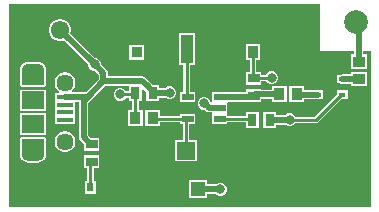
<source format=gbr>
G04*
G04 #@! TF.GenerationSoftware,Altium Limited,Altium Designer,24.6.1 (21)*
G04*
G04 Layer_Physical_Order=1*
G04 Layer_Color=255*
%FSLAX25Y25*%
%MOIN*%
G70*
G04*
G04 #@! TF.SameCoordinates,5512D287-6342-4ABA-9CF6-7DAEAAFA0F20*
G04*
G04*
G04 #@! TF.FilePolarity,Positive*
G04*
G01*
G75*
%ADD15C,0.01000*%
%ADD16C,0.01968*%
%ADD17R,0.03937X0.03150*%
%ADD18R,0.02362X0.03150*%
%ADD19R,0.04724X0.04724*%
%ADD20R,0.06299X0.05906*%
%ADD21R,0.04134X0.03740*%
%ADD22R,0.02362X0.01575*%
%ADD23R,0.03740X0.04134*%
%ADD24R,0.05315X0.01575*%
%ADD25R,0.07480X0.05906*%
%ADD26R,0.03150X0.03937*%
%ADD27R,0.03850X0.02200*%
%ADD28R,0.04134X0.09449*%
%ADD29C,0.05709*%
%ADD30C,0.03700*%
%ADD31R,0.03700X0.03700*%
%ADD32C,0.06102*%
%ADD33R,0.06102X0.06102*%
%ADD34C,0.03150*%
%ADD35C,0.02800*%
%ADD36C,0.07874*%
%ADD37C,0.02000*%
G36*
X430000Y372000D02*
X441378D01*
Y370815D01*
X440343D01*
Y365894D01*
X445657D01*
Y370815D01*
X444622D01*
Y372000D01*
X447000D01*
Y320000D01*
X326500D01*
Y387500D01*
X430000D01*
Y372000D01*
D02*
G37*
%LPC*%
G36*
X371441Y373940D02*
X366560D01*
Y369059D01*
X371441D01*
Y373940D01*
D02*
G37*
G36*
X410315Y374158D02*
X405394D01*
Y368843D01*
X406742D01*
Y365118D01*
X405441D01*
Y360787D01*
X410559D01*
Y361888D01*
X412117D01*
X412164Y361773D01*
X412773Y361164D01*
X413569Y360835D01*
X414431D01*
X415227Y361164D01*
X415836Y361773D01*
X416165Y362569D01*
Y363431D01*
X415836Y364227D01*
X415227Y364836D01*
X414431Y365165D01*
X413569D01*
X412773Y364836D01*
X412164Y364227D01*
X412117Y364112D01*
X410559D01*
Y365118D01*
X408966D01*
Y368843D01*
X410315D01*
Y374158D01*
D02*
G37*
G36*
X445657Y365106D02*
X440343D01*
Y364181D01*
X437634D01*
X437013Y364057D01*
X436833Y363937D01*
X435862D01*
Y361181D01*
X436833D01*
X437013Y361061D01*
X437634Y360937D01*
X440343D01*
Y360185D01*
X445657D01*
Y365106D01*
D02*
G37*
G36*
X336272Y368344D02*
X332728Y368344D01*
X332634Y368305D01*
X332060Y368229D01*
X331438Y367971D01*
X330903Y367561D01*
X330493Y367027D01*
X330235Y366404D01*
X330160Y365830D01*
X330121Y365736D01*
Y360618D01*
X330308Y360166D01*
X330760Y359979D01*
X338240D01*
X338692Y360166D01*
X338879Y360618D01*
Y365736D01*
X338840Y365830D01*
X338765Y366404D01*
X338507Y367027D01*
X338097Y367561D01*
X337562Y367971D01*
X336940Y368229D01*
X336366Y368305D01*
X336272Y368344D01*
D02*
G37*
G36*
X419106Y360157D02*
X414185D01*
Y359122D01*
X410559D01*
Y359213D01*
X405441D01*
Y358362D01*
X399266D01*
Y358431D01*
X394234D01*
Y355444D01*
X393867Y355120D01*
X393734Y355083D01*
X393581Y355134D01*
X393336Y355727D01*
X392727Y356336D01*
X391931Y356665D01*
X391069D01*
X390273Y356336D01*
X389664Y355727D01*
X389335Y354931D01*
Y354069D01*
X389664Y353273D01*
X390273Y352664D01*
X391069Y352335D01*
X391714D01*
X392069Y351980D01*
X392069Y351980D01*
X392589Y351632D01*
X393204Y351510D01*
X393204Y351510D01*
X394034D01*
X394234Y351309D01*
Y350950D01*
X394234Y350809D01*
Y347569D01*
X399266D01*
Y348148D01*
X405382D01*
Y346441D01*
X409713D01*
Y351559D01*
X405382D01*
Y350372D01*
X399619D01*
X399266Y350725D01*
Y351309D01*
X399266Y351450D01*
Y354550D01*
X399266Y354691D01*
X399440Y355118D01*
X405441D01*
Y354882D01*
X410559D01*
Y355878D01*
X414185D01*
Y354842D01*
X419106D01*
Y360157D01*
D02*
G37*
G36*
X343979Y382642D02*
X343021D01*
X342094Y382394D01*
X341264Y381914D01*
X340586Y381236D01*
X340106Y380406D01*
X339858Y379479D01*
Y378521D01*
X340106Y377594D01*
X340586Y376764D01*
X341264Y376086D01*
X342094Y375606D01*
X343021Y375358D01*
X343979D01*
X344683Y375547D01*
X352835Y367395D01*
Y367069D01*
X353164Y366273D01*
X353773Y365664D01*
X354569Y365335D01*
X354895D01*
X356347Y363882D01*
Y362618D01*
X352016Y358287D01*
X347578D01*
X347383Y358787D01*
X347886Y359290D01*
X348340Y360076D01*
X348575Y360952D01*
Y361859D01*
X348340Y362735D01*
X347886Y363521D01*
X347245Y364162D01*
X346460Y364616D01*
X345583Y364850D01*
X344676D01*
X343800Y364616D01*
X343015Y364162D01*
X342373Y363521D01*
X341920Y362735D01*
X341685Y361859D01*
Y360952D01*
X341920Y360076D01*
X342373Y359290D01*
X343015Y358649D01*
X343170Y358559D01*
X343036Y358059D01*
X341882D01*
Y355303D01*
Y352744D01*
Y350185D01*
Y347626D01*
X348378D01*
Y350185D01*
Y355076D01*
X349750D01*
Y343203D01*
X349750Y343203D01*
X349872Y342589D01*
X350220Y342068D01*
X351441Y340847D01*
Y338787D01*
X356559D01*
Y343118D01*
X353712D01*
X352961Y343868D01*
Y354691D01*
X353816Y355546D01*
X353817Y355546D01*
X358618Y360347D01*
X366382D01*
Y358612D01*
X365383D01*
X365336Y358727D01*
X364727Y359336D01*
X363931Y359665D01*
X363069D01*
X362273Y359336D01*
X361664Y358727D01*
X361335Y357931D01*
Y357069D01*
X361664Y356273D01*
X362273Y355664D01*
X363069Y355335D01*
X363931D01*
X364727Y355664D01*
X365336Y356273D01*
X365383Y356388D01*
X366382D01*
Y355441D01*
X367534D01*
Y352157D01*
X366185D01*
Y346843D01*
X371106D01*
Y352157D01*
X369758D01*
Y355441D01*
X370713D01*
Y359205D01*
X371161Y359361D01*
X371213Y359363D01*
X372287Y358288D01*
Y355441D01*
X376618D01*
Y356394D01*
X378543D01*
X378773Y356164D01*
X379569Y355835D01*
X380431D01*
X381227Y356164D01*
X381836Y356773D01*
X382165Y357569D01*
Y358431D01*
X381836Y359227D01*
X381227Y359836D01*
X380431Y360165D01*
X379569D01*
X378773Y359836D01*
X378543Y359606D01*
X376618D01*
Y360559D01*
X374558D01*
X373572Y361545D01*
X373471Y361696D01*
X372079Y363088D01*
X371558Y363436D01*
X370944Y363558D01*
X370944Y363558D01*
X359558D01*
Y364547D01*
X359436Y365162D01*
X359088Y365683D01*
X359088Y365683D01*
X357165Y367605D01*
Y367931D01*
X356836Y368727D01*
X356227Y369336D01*
X355431Y369665D01*
X355105D01*
X346953Y377817D01*
X347142Y378521D01*
Y379479D01*
X346894Y380406D01*
X346414Y381236D01*
X345736Y381914D01*
X344906Y382394D01*
X343979Y382642D01*
D02*
G37*
G36*
X388374Y377815D02*
X383059D01*
Y367185D01*
X384605D01*
Y358431D01*
X383485D01*
Y355050D01*
X388515D01*
Y358431D01*
X386828D01*
Y367185D01*
X388374D01*
Y377815D01*
D02*
G37*
G36*
X424815Y360157D02*
X419894D01*
Y354842D01*
X424815D01*
Y355819D01*
X429366D01*
X429987Y355943D01*
X430167Y356063D01*
X431138D01*
Y358819D01*
X430167D01*
X429987Y358939D01*
X429366Y359063D01*
X424815D01*
Y360157D01*
D02*
G37*
G36*
X338831Y359043D02*
X330169D01*
Y351957D01*
X338831D01*
Y359043D01*
D02*
G37*
G36*
X439405Y358819D02*
X435862D01*
Y357635D01*
X428339Y350112D01*
X421883D01*
X421836Y350227D01*
X421227Y350836D01*
X420431Y351165D01*
X419569D01*
X418773Y350836D01*
X418543Y350606D01*
X415618D01*
Y351559D01*
X411287D01*
Y346441D01*
X415618D01*
Y347394D01*
X418543D01*
X418773Y347164D01*
X419569Y346835D01*
X420431D01*
X421227Y347164D01*
X421836Y347773D01*
X421883Y347888D01*
X428799D01*
X428799Y347888D01*
X429225Y347973D01*
X429586Y348214D01*
X437435Y356063D01*
X439405D01*
Y358819D01*
D02*
G37*
G36*
X338831Y351169D02*
X330169D01*
Y344083D01*
X338831D01*
Y351169D01*
D02*
G37*
G36*
X345583Y345165D02*
X344676D01*
X343800Y344931D01*
X343015Y344477D01*
X342373Y343836D01*
X341920Y343050D01*
X341685Y342174D01*
Y341267D01*
X341920Y340391D01*
X342373Y339605D01*
X343015Y338964D01*
X343800Y338510D01*
X344676Y338276D01*
X345583D01*
X346460Y338510D01*
X347245Y338964D01*
X347886Y339605D01*
X348340Y340391D01*
X348575Y341267D01*
Y342174D01*
X348340Y343050D01*
X347886Y343836D01*
X347245Y344477D01*
X346460Y344931D01*
X345583Y345165D01*
D02*
G37*
G36*
X376815Y352157D02*
X371894D01*
Y346843D01*
X376815D01*
Y348148D01*
X383485D01*
Y347569D01*
X384388D01*
Y342232D01*
X381760D01*
Y335146D01*
X389240D01*
Y342232D01*
X386612D01*
Y347569D01*
X388515D01*
Y350950D01*
X383485D01*
Y350372D01*
X376815D01*
Y352157D01*
D02*
G37*
G36*
X338240Y343147D02*
X330760D01*
X330308Y342960D01*
X330121Y342508D01*
Y337390D01*
X330160Y337296D01*
X330235Y336722D01*
X330493Y336099D01*
X330903Y335565D01*
X331438Y335154D01*
X332060Y334897D01*
X332634Y334821D01*
X332728Y334782D01*
X336272Y334782D01*
X336366Y334821D01*
X336940Y334897D01*
X337562Y335154D01*
X338097Y335565D01*
X338507Y336099D01*
X338765Y336722D01*
X338840Y337296D01*
X338879Y337390D01*
Y342508D01*
X338692Y342960D01*
X338240Y343147D01*
D02*
G37*
G36*
X356559Y337213D02*
X351441D01*
Y332882D01*
X352534D01*
Y328665D01*
X351874D01*
Y324335D01*
X355417D01*
Y328665D01*
X354758D01*
Y332882D01*
X356559D01*
Y337213D01*
D02*
G37*
G36*
X392390Y328847D02*
X386484D01*
Y322941D01*
X392390D01*
Y324288D01*
X395437D01*
X395667Y324058D01*
X396463Y323728D01*
X397324D01*
X398120Y324058D01*
X398729Y324667D01*
X399059Y325463D01*
Y326324D01*
X398729Y327120D01*
X398120Y327729D01*
X397324Y328059D01*
X396463D01*
X395667Y327729D01*
X395437Y327499D01*
X392390D01*
Y328847D01*
D02*
G37*
%LPD*%
G36*
X336272Y365736D02*
X332728D01*
Y367705D01*
X336272Y367705D01*
Y365736D01*
D02*
G37*
G36*
X338240Y360618D02*
X330760D01*
Y365736D01*
X338240D01*
Y360618D01*
D02*
G37*
G36*
Y337390D02*
X330760Y337390D01*
Y342508D01*
X338240D01*
Y337390D01*
D02*
G37*
G36*
X336272Y335421D02*
X332728Y335421D01*
X332728Y337390D01*
X336272D01*
X336272Y335421D01*
D02*
G37*
D15*
X353646Y326500D02*
Y334693D01*
X354000Y335047D01*
X385500Y338689D02*
Y348760D01*
X408000Y357047D02*
X408453Y357500D01*
X442000Y381500D02*
X443000Y380500D01*
X442913Y362559D02*
X443000Y362646D01*
X408000Y362953D02*
X408047Y363000D01*
X414000D01*
X363500Y357500D02*
X368047D01*
X368547Y358000D01*
X428799Y349000D02*
X437240Y357441D01*
X437634D01*
X420000Y349000D02*
X428799D01*
X422354Y357500D02*
X422413Y357441D01*
X396750Y349260D02*
X407287D01*
X407547Y349000D01*
X407693Y356740D02*
X408000Y357047D01*
X407854Y363098D02*
X408000Y362953D01*
X407854Y363098D02*
Y371500D01*
X385717Y357024D02*
X386000Y356740D01*
X385717Y357024D02*
Y372500D01*
X385500Y348760D02*
X386000Y349260D01*
X374354Y349500D02*
X374594Y349260D01*
X386000D01*
X368646Y349500D02*
Y357902D01*
X368547Y358000D02*
X368646Y357902D01*
X368547Y371047D02*
X369000Y371500D01*
D16*
X333713Y365736D02*
G03*
X333713Y365736I-984J0D01*
G01*
X337256D02*
G03*
X337256Y365736I-984J0D01*
G01*
X333713Y337390D02*
G03*
X333713Y337390I-984J0D01*
G01*
X337256D02*
G03*
X337256Y337390I-984J0D01*
G01*
X351356Y343203D02*
Y355356D01*
X352681Y356681D01*
X353606Y340953D02*
X354000D01*
X351356Y343203D02*
X353606Y340953D01*
X389437Y325894D02*
X396894D01*
X355000Y367500D02*
X357953Y364547D01*
X343500Y379000D02*
X355000Y367500D01*
X357953Y361953D02*
Y364547D01*
X413453Y349000D02*
X420000D01*
X393204Y353116D02*
X396634D01*
X391820Y354500D02*
X393204Y353116D01*
X396634D02*
X396750Y353000D01*
X391500Y354500D02*
X391820D01*
X374453Y358000D02*
X380000D01*
X372336Y360511D02*
X374453Y358394D01*
X372336Y360511D02*
Y360561D01*
X370944Y361953D02*
X372336Y360561D01*
X374453Y358000D02*
Y358394D01*
X357953Y361953D02*
X370944D01*
X352681Y356681D02*
X357953Y361953D01*
X345130Y356681D02*
X352681D01*
D17*
X354000Y340953D02*
D03*
Y335047D02*
D03*
X408000Y362953D02*
D03*
Y357047D02*
D03*
D18*
X359354Y326500D02*
D03*
X353646D02*
D03*
D19*
X381563Y325894D02*
D03*
X389437D02*
D03*
D20*
X385500Y338689D02*
D03*
D21*
X443000Y362646D02*
D03*
Y368354D02*
D03*
D22*
X429366Y357441D02*
D03*
Y360000D02*
D03*
Y362559D02*
D03*
X437634D02*
D03*
Y360000D02*
D03*
Y357441D02*
D03*
D23*
X402146Y371500D02*
D03*
X407854D02*
D03*
X416646Y357500D02*
D03*
X422354D02*
D03*
X368646Y349500D02*
D03*
X374354D02*
D03*
D24*
X345130Y356681D02*
D03*
Y354122D02*
D03*
Y351563D02*
D03*
Y349004D02*
D03*
Y346445D02*
D03*
D25*
X334500Y355500D02*
D03*
X334500Y347626D02*
D03*
D26*
X368547Y358000D02*
D03*
X374453D02*
D03*
X407547Y349000D02*
D03*
X413453D02*
D03*
D27*
X386000Y356740D02*
D03*
Y353000D02*
D03*
Y349260D02*
D03*
X396750D02*
D03*
Y353000D02*
D03*
Y356740D02*
D03*
D28*
X385717Y372500D02*
D03*
X393000D02*
D03*
D29*
X345130Y341721D02*
D03*
Y361405D02*
D03*
D30*
X374512Y371500D02*
D03*
D31*
X369000D02*
D03*
D32*
X343500Y379000D02*
D03*
D33*
X333500D02*
D03*
D34*
X396894Y325894D02*
D03*
X414000Y363000D02*
D03*
X355000Y367500D02*
D03*
X363500Y357500D02*
D03*
X420000Y349000D02*
D03*
X391500Y354500D02*
D03*
X380000Y358000D02*
D03*
D35*
X425197Y362205D02*
D03*
Y330709D02*
D03*
X417323Y377953D02*
D03*
X409449Y330709D02*
D03*
X401575Y377953D02*
D03*
X393701Y362205D02*
D03*
X377953D02*
D03*
X370079Y377953D02*
D03*
X362205Y330709D02*
D03*
X354331Y377953D02*
D03*
Y346457D02*
D03*
X346457Y330709D02*
D03*
X330709D02*
D03*
D36*
X442000Y381500D02*
D03*
D37*
X408453Y357500D02*
X416646D01*
X443000Y368354D02*
Y380500D01*
X437634Y362559D02*
X442913D01*
X422413Y357441D02*
X429366D01*
X396750Y356740D02*
X407693D01*
M02*

</source>
